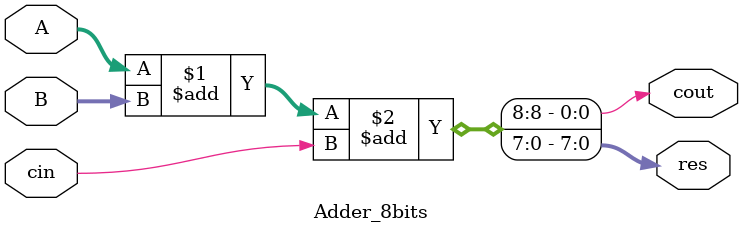
<source format=v>
module Adder_8bits (
	input  		 cin,
	input  [7:0] A,
	input  [7:0] B,
	output 		 cout,
	output [7:0] res
);

	assign {cout, res} = A + B + cin;

endmodule 
</source>
